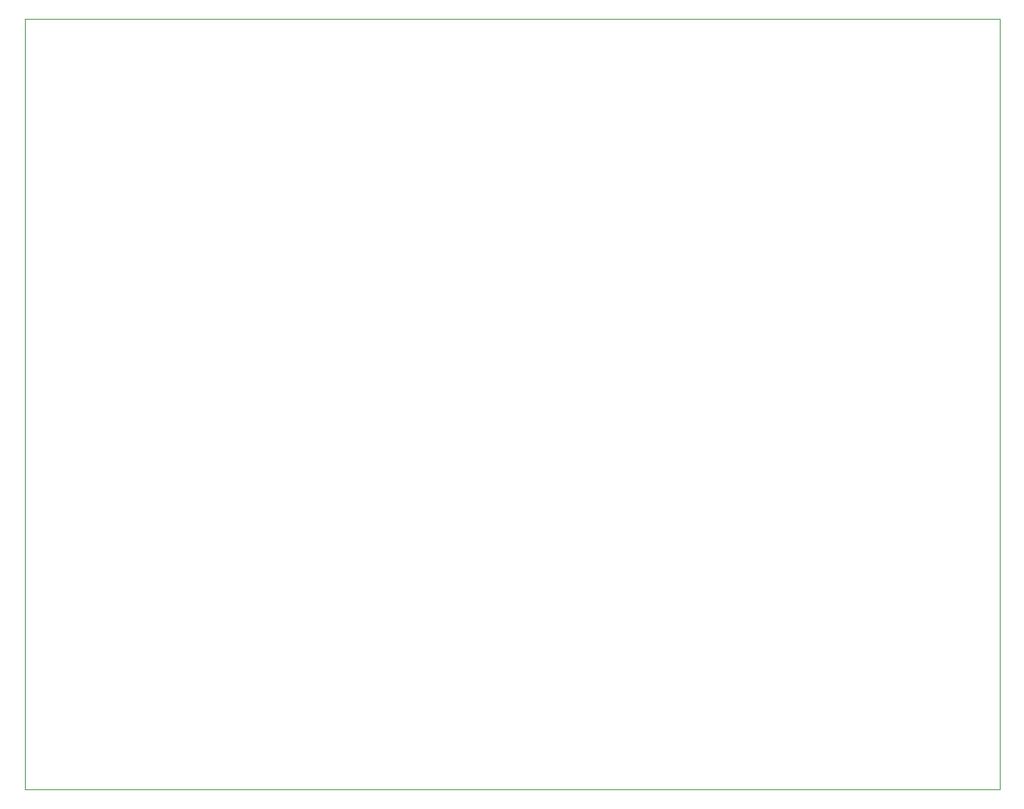
<source format=gbr>
%TF.GenerationSoftware,KiCad,Pcbnew,9.0.2*%
%TF.CreationDate,2025-06-11T20:50:33-03:00*%
%TF.ProjectId,rome,726f6d65-2e6b-4696-9361-645f70636258,0.1*%
%TF.SameCoordinates,Original*%
%TF.FileFunction,Profile,NP*%
%FSLAX46Y46*%
G04 Gerber Fmt 4.6, Leading zero omitted, Abs format (unit mm)*
G04 Created by KiCad (PCBNEW 9.0.2) date 2025-06-11 20:50:33*
%MOMM*%
%LPD*%
G01*
G04 APERTURE LIST*
%TA.AperFunction,Profile*%
%ADD10C,0.050000*%
%TD*%
G04 APERTURE END LIST*
D10*
X88900000Y-63500000D02*
X198120000Y-63500000D01*
X198120000Y-149860000D01*
X88900000Y-149860000D01*
X88900000Y-63500000D01*
M02*

</source>
